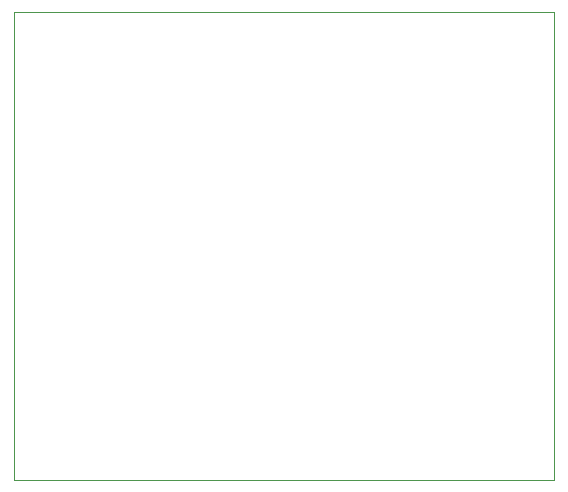
<source format=gm1>
G04 #@! TF.GenerationSoftware,KiCad,Pcbnew,(2016-12-18 revision 3ffa37c)-makepkg*
G04 #@! TF.CreationDate,2016-12-23T23:11:33-05:00*
G04 #@! TF.ProjectId,Energy_Meter,456E657267795F4D657465722E6B6963,rev?*
G04 #@! TF.FileFunction,Profile,NP*
%FSLAX46Y46*%
G04 Gerber Fmt 4.6, Leading zero omitted, Abs format (unit mm)*
G04 Created by KiCad (PCBNEW (2016-12-18 revision 3ffa37c)-makepkg) date 12/23/16 23:11:33*
%MOMM*%
%LPD*%
G01*
G04 APERTURE LIST*
%ADD10C,0.100000*%
G04 APERTURE END LIST*
D10*
X201168000Y-125476000D02*
X201168000Y-85852000D01*
X155448000Y-125476000D02*
X201168000Y-125476000D01*
X155448000Y-85852000D02*
X155448000Y-125476000D01*
X155448000Y-85852000D02*
X201168000Y-85852000D01*
M02*

</source>
